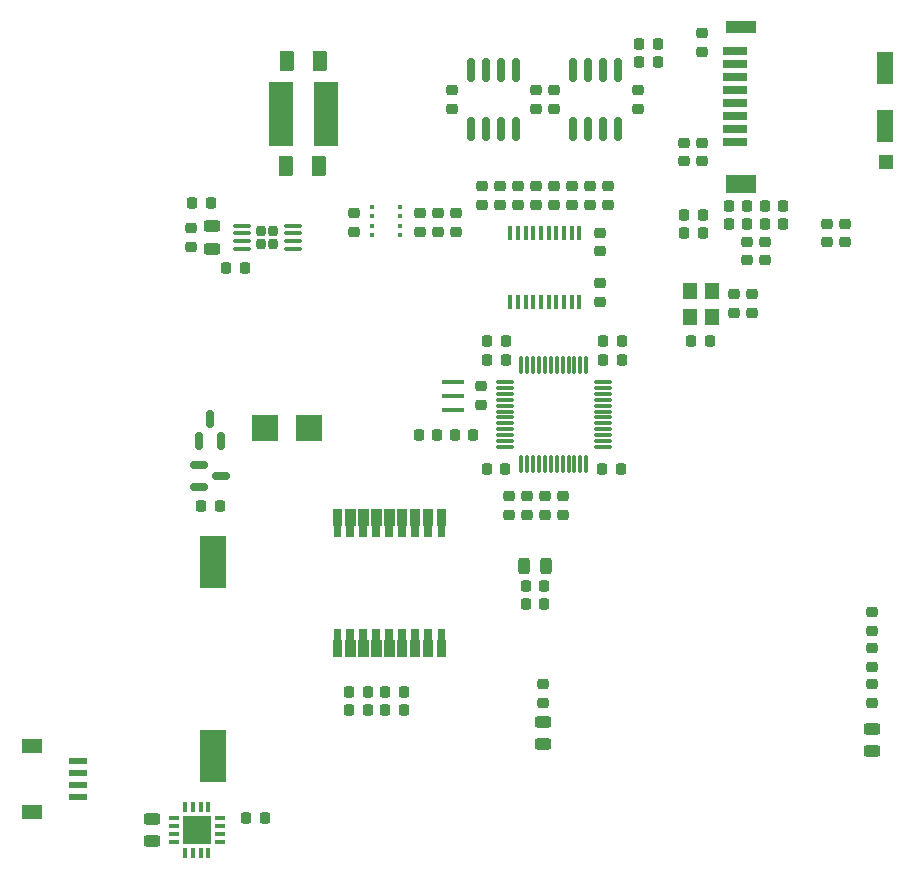
<source format=gbr>
%TF.GenerationSoftware,KiCad,Pcbnew,9.0.1*%
%TF.CreationDate,2025-06-11T13:29:21-05:00*%
%TF.ProjectId,Digital_PCB,44696769-7461-46c5-9f50-43422e6b6963,2.0*%
%TF.SameCoordinates,Original*%
%TF.FileFunction,Paste,Top*%
%TF.FilePolarity,Positive*%
%FSLAX46Y46*%
G04 Gerber Fmt 4.6, Leading zero omitted, Abs format (unit mm)*
G04 Created by KiCad (PCBNEW 9.0.1) date 2025-06-11 13:29:21*
%MOMM*%
%LPD*%
G01*
G04 APERTURE LIST*
G04 Aperture macros list*
%AMRoundRect*
0 Rectangle with rounded corners*
0 $1 Rounding radius*
0 $2 $3 $4 $5 $6 $7 $8 $9 X,Y pos of 4 corners*
0 Add a 4 corners polygon primitive as box body*
4,1,4,$2,$3,$4,$5,$6,$7,$8,$9,$2,$3,0*
0 Add four circle primitives for the rounded corners*
1,1,$1+$1,$2,$3*
1,1,$1+$1,$4,$5*
1,1,$1+$1,$6,$7*
1,1,$1+$1,$8,$9*
0 Add four rect primitives between the rounded corners*
20,1,$1+$1,$2,$3,$4,$5,0*
20,1,$1+$1,$4,$5,$6,$7,0*
20,1,$1+$1,$6,$7,$8,$9,0*
20,1,$1+$1,$8,$9,$2,$3,0*%
G04 Aperture macros list end*
%ADD10C,0.010000*%
%ADD11RoundRect,0.218750X0.256250X-0.218750X0.256250X0.218750X-0.256250X0.218750X-0.256250X-0.218750X0*%
%ADD12RoundRect,0.218750X-0.256250X0.218750X-0.256250X-0.218750X0.256250X-0.218750X0.256250X0.218750X0*%
%ADD13RoundRect,0.218750X-0.218750X-0.256250X0.218750X-0.256250X0.218750X0.256250X-0.218750X0.256250X0*%
%ADD14RoundRect,0.243750X0.456250X-0.243750X0.456250X0.243750X-0.456250X0.243750X-0.456250X-0.243750X0*%
%ADD15RoundRect,0.197500X-0.197500X-0.237500X0.197500X-0.237500X0.197500X0.237500X-0.197500X0.237500X0*%
%ADD16RoundRect,0.100000X-0.625000X-0.100000X0.625000X-0.100000X0.625000X0.100000X-0.625000X0.100000X0*%
%ADD17RoundRect,0.218750X0.218750X0.256250X-0.218750X0.256250X-0.218750X-0.256250X0.218750X-0.256250X0*%
%ADD18RoundRect,0.250000X0.375000X0.625000X-0.375000X0.625000X-0.375000X-0.625000X0.375000X-0.625000X0*%
%ADD19R,1.800000X1.200000*%
%ADD20R,1.550000X0.600000*%
%ADD21RoundRect,0.150000X0.150000X-0.825000X0.150000X0.825000X-0.150000X0.825000X-0.150000X-0.825000X0*%
%ADD22R,0.304800X0.863600*%
%ADD23R,0.863600X0.304800*%
%ADD24R,2.438400X2.438400*%
%ADD25R,0.400000X0.400000*%
%ADD26RoundRect,0.075000X-0.662500X-0.075000X0.662500X-0.075000X0.662500X0.075000X-0.662500X0.075000X0*%
%ADD27RoundRect,0.075000X-0.075000X-0.662500X0.075000X-0.662500X0.075000X0.662500X-0.075000X0.662500X0*%
%ADD28R,2.184400X2.184400*%
%ADD29R,2.000000X0.700000*%
%ADD30R,1.400000X2.700000*%
%ADD31R,2.600000X1.000000*%
%ADD32R,2.600000X1.500000*%
%ADD33R,1.200000X1.200000*%
%ADD34R,2.300000X4.500000*%
%ADD35RoundRect,0.150000X-0.587500X-0.150000X0.587500X-0.150000X0.587500X0.150000X-0.587500X0.150000X0*%
%ADD36R,2.150000X5.500000*%
%ADD37RoundRect,0.250000X-0.375000X-0.625000X0.375000X-0.625000X0.375000X0.625000X-0.375000X0.625000X0*%
%ADD38R,1.900000X0.400000*%
%ADD39RoundRect,0.243750X0.243750X0.456250X-0.243750X0.456250X-0.243750X-0.456250X0.243750X-0.456250X0*%
%ADD40R,0.355600X1.308100*%
%ADD41R,1.193800X1.397000*%
%ADD42RoundRect,0.150000X0.150000X-0.587500X0.150000X0.587500X-0.150000X0.587500X-0.150000X-0.587500X0*%
G04 APERTURE END LIST*
D10*
%TO.C,U11*%
X135296000Y-122579000D02*
X135396000Y-122579000D01*
X135396000Y-123979000D01*
X134696000Y-123979000D01*
X134696000Y-122579000D01*
X134796000Y-122579000D01*
X134796000Y-121679000D01*
X135296000Y-121679000D01*
X135296000Y-122579000D01*
G36*
X135296000Y-122579000D02*
G01*
X135396000Y-122579000D01*
X135396000Y-123979000D01*
X134696000Y-123979000D01*
X134696000Y-122579000D01*
X134796000Y-122579000D01*
X134796000Y-121679000D01*
X135296000Y-121679000D01*
X135296000Y-122579000D01*
G37*
X135396000Y-112879000D02*
X135296000Y-112879000D01*
X135296000Y-113779000D01*
X134796000Y-113779000D01*
X134796000Y-112879000D01*
X134696000Y-112879000D01*
X134696000Y-111479000D01*
X135396000Y-111479000D01*
X135396000Y-112879000D01*
G36*
X135396000Y-112879000D02*
G01*
X135296000Y-112879000D01*
X135296000Y-113779000D01*
X134796000Y-113779000D01*
X134796000Y-112879000D01*
X134696000Y-112879000D01*
X134696000Y-111479000D01*
X135396000Y-111479000D01*
X135396000Y-112879000D01*
G37*
X136446000Y-122579000D02*
X136546000Y-122579000D01*
X136546000Y-123979000D01*
X135746000Y-123979000D01*
X135746000Y-122579000D01*
X135846000Y-122579000D01*
X135846000Y-121679000D01*
X136446000Y-121679000D01*
X136446000Y-122579000D01*
G36*
X136446000Y-122579000D02*
G01*
X136546000Y-122579000D01*
X136546000Y-123979000D01*
X135746000Y-123979000D01*
X135746000Y-122579000D01*
X135846000Y-122579000D01*
X135846000Y-121679000D01*
X136446000Y-121679000D01*
X136446000Y-122579000D01*
G37*
X136546000Y-112879000D02*
X136446000Y-112879000D01*
X136446000Y-113779000D01*
X135846000Y-113779000D01*
X135846000Y-112879000D01*
X135746000Y-112879000D01*
X135746000Y-111479000D01*
X136546000Y-111479000D01*
X136546000Y-112879000D01*
G36*
X136546000Y-112879000D02*
G01*
X136446000Y-112879000D01*
X136446000Y-113779000D01*
X135846000Y-113779000D01*
X135846000Y-112879000D01*
X135746000Y-112879000D01*
X135746000Y-111479000D01*
X136546000Y-111479000D01*
X136546000Y-112879000D01*
G37*
X137546000Y-122579000D02*
X137646000Y-122579000D01*
X137646000Y-123979000D01*
X136846000Y-123979000D01*
X136846000Y-122579000D01*
X136946000Y-122579000D01*
X136946000Y-121679000D01*
X137546000Y-121679000D01*
X137546000Y-122579000D01*
G36*
X137546000Y-122579000D02*
G01*
X137646000Y-122579000D01*
X137646000Y-123979000D01*
X136846000Y-123979000D01*
X136846000Y-122579000D01*
X136946000Y-122579000D01*
X136946000Y-121679000D01*
X137546000Y-121679000D01*
X137546000Y-122579000D01*
G37*
X137646000Y-112879000D02*
X137546000Y-112879000D01*
X137546000Y-113779000D01*
X136946000Y-113779000D01*
X136946000Y-112879000D01*
X136846000Y-112879000D01*
X136846000Y-111479000D01*
X137646000Y-111479000D01*
X137646000Y-112879000D01*
G36*
X137646000Y-112879000D02*
G01*
X137546000Y-112879000D01*
X137546000Y-113779000D01*
X136946000Y-113779000D01*
X136946000Y-112879000D01*
X136846000Y-112879000D01*
X136846000Y-111479000D01*
X137646000Y-111479000D01*
X137646000Y-112879000D01*
G37*
X138646000Y-122579000D02*
X138746000Y-122579000D01*
X138746000Y-123979000D01*
X137946000Y-123979000D01*
X137946000Y-122579000D01*
X138046000Y-122579000D01*
X138046000Y-121679000D01*
X138646000Y-121679000D01*
X138646000Y-122579000D01*
G36*
X138646000Y-122579000D02*
G01*
X138746000Y-122579000D01*
X138746000Y-123979000D01*
X137946000Y-123979000D01*
X137946000Y-122579000D01*
X138046000Y-122579000D01*
X138046000Y-121679000D01*
X138646000Y-121679000D01*
X138646000Y-122579000D01*
G37*
X138746000Y-112879000D02*
X138646000Y-112879000D01*
X138646000Y-113779000D01*
X138046000Y-113779000D01*
X138046000Y-112879000D01*
X137946000Y-112879000D01*
X137946000Y-111479000D01*
X138746000Y-111479000D01*
X138746000Y-112879000D01*
G36*
X138746000Y-112879000D02*
G01*
X138646000Y-112879000D01*
X138646000Y-113779000D01*
X138046000Y-113779000D01*
X138046000Y-112879000D01*
X137946000Y-112879000D01*
X137946000Y-111479000D01*
X138746000Y-111479000D01*
X138746000Y-112879000D01*
G37*
X139746000Y-122579000D02*
X139846000Y-122579000D01*
X139846000Y-123979000D01*
X139046000Y-123979000D01*
X139046000Y-122579000D01*
X139146000Y-122579000D01*
X139146000Y-121679000D01*
X139746000Y-121679000D01*
X139746000Y-122579000D01*
G36*
X139746000Y-122579000D02*
G01*
X139846000Y-122579000D01*
X139846000Y-123979000D01*
X139046000Y-123979000D01*
X139046000Y-122579000D01*
X139146000Y-122579000D01*
X139146000Y-121679000D01*
X139746000Y-121679000D01*
X139746000Y-122579000D01*
G37*
X139846000Y-112879000D02*
X139746000Y-112879000D01*
X139746000Y-113779000D01*
X139146000Y-113779000D01*
X139146000Y-112879000D01*
X139046000Y-112879000D01*
X139046000Y-111479000D01*
X139846000Y-111479000D01*
X139846000Y-112879000D01*
G36*
X139846000Y-112879000D02*
G01*
X139746000Y-112879000D01*
X139746000Y-113779000D01*
X139146000Y-113779000D01*
X139146000Y-112879000D01*
X139046000Y-112879000D01*
X139046000Y-111479000D01*
X139846000Y-111479000D01*
X139846000Y-112879000D01*
G37*
X140846000Y-122579000D02*
X140946000Y-122579000D01*
X140946000Y-123979000D01*
X140146000Y-123979000D01*
X140146000Y-122579000D01*
X140246000Y-122579000D01*
X140246000Y-121679000D01*
X140846000Y-121679000D01*
X140846000Y-122579000D01*
G36*
X140846000Y-122579000D02*
G01*
X140946000Y-122579000D01*
X140946000Y-123979000D01*
X140146000Y-123979000D01*
X140146000Y-122579000D01*
X140246000Y-122579000D01*
X140246000Y-121679000D01*
X140846000Y-121679000D01*
X140846000Y-122579000D01*
G37*
X140946000Y-112879000D02*
X140846000Y-112879000D01*
X140846000Y-113779000D01*
X140246000Y-113779000D01*
X140246000Y-112879000D01*
X140146000Y-112879000D01*
X140146000Y-111479000D01*
X140946000Y-111479000D01*
X140946000Y-112879000D01*
G36*
X140946000Y-112879000D02*
G01*
X140846000Y-112879000D01*
X140846000Y-113779000D01*
X140246000Y-113779000D01*
X140246000Y-112879000D01*
X140146000Y-112879000D01*
X140146000Y-111479000D01*
X140946000Y-111479000D01*
X140946000Y-112879000D01*
G37*
X141946000Y-122579000D02*
X142046000Y-122579000D01*
X142046000Y-123979000D01*
X141246000Y-123979000D01*
X141246000Y-122579000D01*
X141346000Y-122579000D01*
X141346000Y-121679000D01*
X141946000Y-121679000D01*
X141946000Y-122579000D01*
G36*
X141946000Y-122579000D02*
G01*
X142046000Y-122579000D01*
X142046000Y-123979000D01*
X141246000Y-123979000D01*
X141246000Y-122579000D01*
X141346000Y-122579000D01*
X141346000Y-121679000D01*
X141946000Y-121679000D01*
X141946000Y-122579000D01*
G37*
X142046000Y-112879000D02*
X141946000Y-112879000D01*
X141946000Y-113779000D01*
X141346000Y-113779000D01*
X141346000Y-112879000D01*
X141246000Y-112879000D01*
X141246000Y-111479000D01*
X142046000Y-111479000D01*
X142046000Y-112879000D01*
G36*
X142046000Y-112879000D02*
G01*
X141946000Y-112879000D01*
X141946000Y-113779000D01*
X141346000Y-113779000D01*
X141346000Y-112879000D01*
X141246000Y-112879000D01*
X141246000Y-111479000D01*
X142046000Y-111479000D01*
X142046000Y-112879000D01*
G37*
X143046000Y-122579000D02*
X143146000Y-122579000D01*
X143146000Y-123979000D01*
X142346000Y-123979000D01*
X142346000Y-122579000D01*
X142446000Y-122579000D01*
X142446000Y-121679000D01*
X143046000Y-121679000D01*
X143046000Y-122579000D01*
G36*
X143046000Y-122579000D02*
G01*
X143146000Y-122579000D01*
X143146000Y-123979000D01*
X142346000Y-123979000D01*
X142346000Y-122579000D01*
X142446000Y-122579000D01*
X142446000Y-121679000D01*
X143046000Y-121679000D01*
X143046000Y-122579000D01*
G37*
X143146000Y-112879000D02*
X143046000Y-112879000D01*
X143046000Y-113779000D01*
X142446000Y-113779000D01*
X142446000Y-112879000D01*
X142346000Y-112879000D01*
X142346000Y-111479000D01*
X143146000Y-111479000D01*
X143146000Y-112879000D01*
G36*
X143146000Y-112879000D02*
G01*
X143046000Y-112879000D01*
X143046000Y-113779000D01*
X142446000Y-113779000D01*
X142446000Y-112879000D01*
X142346000Y-112879000D01*
X142346000Y-111479000D01*
X143146000Y-111479000D01*
X143146000Y-112879000D01*
G37*
X144096000Y-122579000D02*
X144196000Y-122579000D01*
X144196000Y-123979000D01*
X143496000Y-123979000D01*
X143496000Y-122579000D01*
X143596000Y-122579000D01*
X143596000Y-121679000D01*
X144096000Y-121679000D01*
X144096000Y-122579000D01*
G36*
X144096000Y-122579000D02*
G01*
X144196000Y-122579000D01*
X144196000Y-123979000D01*
X143496000Y-123979000D01*
X143496000Y-122579000D01*
X143596000Y-122579000D01*
X143596000Y-121679000D01*
X144096000Y-121679000D01*
X144096000Y-122579000D01*
G37*
X144196000Y-112879000D02*
X144096000Y-112879000D01*
X144096000Y-113779000D01*
X143596000Y-113779000D01*
X143596000Y-112879000D01*
X143496000Y-112879000D01*
X143496000Y-111479000D01*
X144196000Y-111479000D01*
X144196000Y-112879000D01*
G36*
X144196000Y-112879000D02*
G01*
X144096000Y-112879000D01*
X144096000Y-113779000D01*
X143596000Y-113779000D01*
X143596000Y-112879000D01*
X143496000Y-112879000D01*
X143496000Y-111479000D01*
X144196000Y-111479000D01*
X144196000Y-112879000D01*
G37*
%TD*%
D11*
%TO.C,R26*%
X153416000Y-85750500D03*
X153416000Y-84175500D03*
%TD*%
D12*
%TO.C,R3*%
X145161000Y-86461500D03*
X145161000Y-88036500D03*
%TD*%
D13*
%TO.C,R8*%
X145028701Y-105219500D03*
X146603701Y-105219500D03*
%TD*%
D11*
%TO.C,R32*%
X168656000Y-94894500D03*
X168656000Y-93319500D03*
%TD*%
D14*
%TO.C,C8*%
X124460000Y-89456500D03*
X124460000Y-87581500D03*
%TD*%
D11*
%TO.C,R29*%
X154940000Y-85750500D03*
X154940000Y-84175500D03*
%TD*%
D15*
%TO.C,U3*%
X128669000Y-87947000D03*
X128669000Y-89027000D03*
X129649000Y-87947000D03*
X129649000Y-89027000D03*
D16*
X127009000Y-87512000D03*
X127009000Y-88162000D03*
X127009000Y-88812000D03*
X127009000Y-89462000D03*
X131309000Y-89462000D03*
X131309000Y-88812000D03*
X131309000Y-88162000D03*
X131309000Y-87512000D03*
%TD*%
D14*
%TO.C,D3*%
X152527000Y-131391900D03*
X152527000Y-129516900D03*
%TD*%
D17*
%TO.C,R22*%
X127279500Y-91059000D03*
X125704500Y-91059000D03*
%TD*%
D11*
%TO.C,R21*%
X122682000Y-89306500D03*
X122682000Y-87731500D03*
%TD*%
D18*
%TO.C,C6*%
X133523400Y-82505800D03*
X130723400Y-82505800D03*
%TD*%
D17*
%TO.C,C1*%
X159100501Y-108115100D03*
X157525501Y-108115100D03*
%TD*%
D11*
%TO.C,C16*%
X160528000Y-77622500D03*
X160528000Y-76047500D03*
%TD*%
D13*
%TO.C,R17*%
X171272000Y-85852000D03*
X172847000Y-85852000D03*
%TD*%
D17*
%TO.C,R12*%
X166014500Y-88138000D03*
X164439500Y-88138000D03*
%TD*%
D12*
%TO.C,C5*%
X178054000Y-87350500D03*
X178054000Y-88925500D03*
%TD*%
D19*
%TO.C,J4*%
X109275000Y-137166000D03*
X109275000Y-131566000D03*
D20*
X113150000Y-132866000D03*
X113150000Y-133866000D03*
X113150000Y-134866000D03*
X113150000Y-135866000D03*
%TD*%
D21*
%TO.C,U7*%
X146431000Y-79310000D03*
X147701000Y-79310000D03*
X148971000Y-79310000D03*
X150241000Y-79310000D03*
X150241000Y-74360000D03*
X148971000Y-74360000D03*
X147701000Y-74360000D03*
X146431000Y-74360000D03*
%TD*%
D22*
%TO.C,U9*%
X122215001Y-140627100D03*
X122864999Y-140627100D03*
X123515001Y-140627100D03*
X124164999Y-140627100D03*
D23*
X125133100Y-139658999D03*
X125133100Y-139009001D03*
X125133100Y-138358999D03*
X125133100Y-137709001D03*
D22*
X124164999Y-136740900D03*
X123515001Y-136740900D03*
X122864999Y-136740900D03*
X122215001Y-136740900D03*
D23*
X121246900Y-137709001D03*
X121246900Y-138358999D03*
X121246900Y-139009001D03*
X121246900Y-139658999D03*
D24*
X123190000Y-138684000D03*
%TD*%
D17*
%TO.C,C11*%
X166649500Y-97282000D03*
X165074500Y-97282000D03*
%TD*%
D25*
%TO.C,U6*%
X140425000Y-85922000D03*
X140425000Y-86722000D03*
X140425000Y-87522000D03*
X140425000Y-88322000D03*
X138025000Y-88322000D03*
X138025000Y-87522000D03*
X138025000Y-86722000D03*
X138025000Y-85922000D03*
%TD*%
D26*
%TO.C,U1*%
X149253500Y-100755000D03*
X149253500Y-101255000D03*
X149253500Y-101755000D03*
X149253500Y-102255000D03*
X149253500Y-102755000D03*
X149253500Y-103255000D03*
X149253500Y-103755000D03*
X149253500Y-104255000D03*
X149253500Y-104755000D03*
X149253500Y-105255000D03*
X149253500Y-105755000D03*
X149253500Y-106255000D03*
D27*
X150666000Y-107667500D03*
X151166000Y-107667500D03*
X151666000Y-107667500D03*
X152166000Y-107667500D03*
X152666000Y-107667500D03*
X153166000Y-107667500D03*
X153666000Y-107667500D03*
X154166000Y-107667500D03*
X154666000Y-107667500D03*
X155166000Y-107667500D03*
X155666000Y-107667500D03*
X156166000Y-107667500D03*
D26*
X157578500Y-106255000D03*
X157578500Y-105755000D03*
X157578500Y-105255000D03*
X157578500Y-104755000D03*
X157578500Y-104255000D03*
X157578500Y-103755000D03*
X157578500Y-103255000D03*
X157578500Y-102755000D03*
X157578500Y-102255000D03*
X157578500Y-101755000D03*
X157578500Y-101255000D03*
X157578500Y-100755000D03*
D27*
X156166000Y-99342500D03*
X155666000Y-99342500D03*
X155166000Y-99342500D03*
X154666000Y-99342500D03*
X154166000Y-99342500D03*
X153666000Y-99342500D03*
X153166000Y-99342500D03*
X152666000Y-99342500D03*
X152166000Y-99342500D03*
X151666000Y-99342500D03*
X151166000Y-99342500D03*
X150666000Y-99342500D03*
%TD*%
D28*
%TO.C,D2*%
X128955800Y-104648000D03*
X132664200Y-104648000D03*
%TD*%
D29*
%TO.C,J12*%
X168774250Y-80470000D03*
X168774250Y-79370000D03*
X168774250Y-78270000D03*
X168774250Y-77170000D03*
X168774250Y-76070000D03*
X168774250Y-74970000D03*
X168774250Y-73870000D03*
X168774250Y-72770000D03*
D30*
X181474250Y-79070000D03*
D31*
X169274250Y-70670000D03*
D32*
X169274250Y-84020000D03*
D30*
X181474250Y-74170000D03*
D33*
X181574250Y-82120000D03*
%TD*%
D12*
%TO.C,R33*%
X152527000Y-126339500D03*
X152527000Y-127914500D03*
%TD*%
%TO.C,C9*%
X157353000Y-88112500D03*
X157353000Y-89687500D03*
%TD*%
D34*
%TO.C,BT1*%
X124587000Y-115977000D03*
X124587000Y-132377000D03*
%TD*%
D35*
%TO.C,D1*%
X123395500Y-109662000D03*
X123395500Y-107762000D03*
X125270500Y-108712000D03*
%TD*%
D12*
%TO.C,R1*%
X147289401Y-101130000D03*
X147289401Y-102705000D03*
%TD*%
D11*
%TO.C,R6*%
X151150201Y-112001400D03*
X151150201Y-110426400D03*
%TD*%
D12*
%TO.C,C15*%
X153416000Y-76047500D03*
X153416000Y-77622500D03*
%TD*%
D13*
%TO.C,R20*%
X122783500Y-85598000D03*
X124358500Y-85598000D03*
%TD*%
%TO.C,C22*%
X127355500Y-137668000D03*
X128930500Y-137668000D03*
%TD*%
D12*
%TO.C,R2*%
X143637000Y-86461500D03*
X143637000Y-88036500D03*
%TD*%
%TO.C,R35*%
X180340000Y-123291500D03*
X180340000Y-124866500D03*
%TD*%
D11*
%TO.C,R4*%
X154198201Y-112001400D03*
X154198201Y-110426400D03*
%TD*%
%TO.C,R11*%
X171297500Y-90449500D03*
X171297500Y-88874500D03*
%TD*%
D17*
%TO.C,C25*%
X152628700Y-118057200D03*
X151053700Y-118057200D03*
%TD*%
D12*
%TO.C,R31*%
X170180000Y-93319500D03*
X170180000Y-94894500D03*
%TD*%
D17*
%TO.C,C26*%
X137693500Y-127000000D03*
X136118500Y-127000000D03*
%TD*%
D36*
%TO.C,L1*%
X134132000Y-78060800D03*
X130282000Y-78060800D03*
%TD*%
D14*
%TO.C,D4*%
X180340000Y-132001500D03*
X180340000Y-130126500D03*
%TD*%
D11*
%TO.C,R27*%
X151892000Y-85750500D03*
X151892000Y-84175500D03*
%TD*%
%TO.C,R16*%
X176571600Y-88928500D03*
X176571600Y-87353500D03*
%TD*%
%TO.C,R28*%
X156464000Y-85750500D03*
X156464000Y-84175500D03*
%TD*%
D37*
%TO.C,C7*%
X130807000Y-73615800D03*
X133607000Y-73615800D03*
%TD*%
D12*
%TO.C,R36*%
X180340000Y-126339500D03*
X180340000Y-127914500D03*
%TD*%
D17*
%TO.C,C24*%
X152628700Y-119581200D03*
X151053700Y-119581200D03*
%TD*%
D11*
%TO.C,R5*%
X152674201Y-112001400D03*
X152674201Y-110426400D03*
%TD*%
%TO.C,C18*%
X151892000Y-77622500D03*
X151892000Y-76047500D03*
%TD*%
D12*
%TO.C,C29*%
X164465000Y-80492500D03*
X164465000Y-82067500D03*
%TD*%
D17*
%TO.C,C12*%
X149352000Y-97282000D03*
X147777000Y-97282000D03*
%TD*%
D11*
%TO.C,C13*%
X136525000Y-88036500D03*
X136525000Y-86461500D03*
%TD*%
D12*
%TO.C,C14*%
X142113000Y-86461500D03*
X142113000Y-88036500D03*
%TD*%
D17*
%TO.C,R18*%
X172847000Y-87376000D03*
X171272000Y-87376000D03*
%TD*%
D13*
%TO.C,R37*%
X139166500Y-128524000D03*
X140741500Y-128524000D03*
%TD*%
D11*
%TO.C,R24*%
X150368000Y-85750500D03*
X150368000Y-84175500D03*
%TD*%
D21*
%TO.C,U8*%
X155067000Y-79310000D03*
X156337000Y-79310000D03*
X157607000Y-79310000D03*
X158877000Y-79310000D03*
X158877000Y-74360000D03*
X157607000Y-74360000D03*
X156337000Y-74360000D03*
X155067000Y-74360000D03*
%TD*%
D17*
%TO.C,R9*%
X166014500Y-86614000D03*
X164439500Y-86614000D03*
%TD*%
D11*
%TO.C,R30*%
X157988000Y-85750500D03*
X157988000Y-84175500D03*
%TD*%
D17*
%TO.C,C2*%
X159151301Y-98869500D03*
X157576301Y-98869500D03*
%TD*%
D38*
%TO.C,Y1*%
X144851001Y-100717500D03*
X144851001Y-101917500D03*
X144851001Y-103117500D03*
%TD*%
D39*
%TO.C,C23*%
X152778700Y-116330000D03*
X150903700Y-116330000D03*
%TD*%
D13*
%TO.C,C3*%
X147746501Y-108115100D03*
X149321501Y-108115100D03*
%TD*%
%TO.C,L2*%
X136118500Y-128524000D03*
X137693500Y-128524000D03*
%TD*%
D12*
%TO.C,C17*%
X144780000Y-76047500D03*
X144780000Y-77622500D03*
%TD*%
D17*
%TO.C,R15*%
X159156500Y-97282000D03*
X157581500Y-97282000D03*
%TD*%
D14*
%TO.C,C19*%
X119380000Y-139621500D03*
X119380000Y-137746500D03*
%TD*%
D11*
%TO.C,R7*%
X149626201Y-112001400D03*
X149626201Y-110426400D03*
%TD*%
D12*
%TO.C,R38*%
X165989000Y-71221500D03*
X165989000Y-72796500D03*
%TD*%
D13*
%TO.C,R34*%
X141988208Y-105211238D03*
X143563208Y-105211238D03*
%TD*%
%TO.C,R19*%
X123545500Y-111252000D03*
X125120500Y-111252000D03*
%TD*%
D12*
%TO.C,C27*%
X180340000Y-120243500D03*
X180340000Y-121818500D03*
%TD*%
D40*
%TO.C,U4*%
X155579000Y-88157050D03*
X154928999Y-88157050D03*
X154279001Y-88157050D03*
X153628999Y-88157050D03*
X152979001Y-88157050D03*
X152329002Y-88157050D03*
X151679001Y-88157050D03*
X151029002Y-88157050D03*
X150379001Y-88157050D03*
X149729002Y-88157050D03*
X149729000Y-93960950D03*
X150378998Y-93960950D03*
X151028999Y-93960950D03*
X151678998Y-93960950D03*
X152328999Y-93960950D03*
X152978998Y-93960950D03*
X153628999Y-93960950D03*
X154278998Y-93960950D03*
X154928999Y-93960950D03*
X155578998Y-93960950D03*
%TD*%
D41*
%TO.C,U5*%
X166812001Y-95207000D03*
X166812001Y-93007000D03*
X164911999Y-93007000D03*
X164911999Y-95207000D03*
%TD*%
D13*
%TO.C,C20*%
X160629500Y-72136000D03*
X162204500Y-72136000D03*
%TD*%
D11*
%TO.C,R25*%
X148844000Y-85750500D03*
X148844000Y-84175500D03*
%TD*%
%TO.C,R10*%
X169773500Y-90449500D03*
X169773500Y-88874500D03*
%TD*%
D17*
%TO.C,R13*%
X169799000Y-85852000D03*
X168224000Y-85852000D03*
%TD*%
D11*
%TO.C,C10*%
X157353000Y-93980000D03*
X157353000Y-92405000D03*
%TD*%
%TO.C,R39*%
X165989000Y-82067500D03*
X165989000Y-80492500D03*
%TD*%
D13*
%TO.C,C4*%
X147771901Y-98869500D03*
X149346901Y-98869500D03*
%TD*%
%TO.C,C28*%
X139166500Y-127000000D03*
X140741500Y-127000000D03*
%TD*%
%TO.C,R14*%
X168224000Y-87376000D03*
X169799000Y-87376000D03*
%TD*%
D11*
%TO.C,R23*%
X147320000Y-85750500D03*
X147320000Y-84175500D03*
%TD*%
D42*
%TO.C,Q1*%
X123383000Y-105760500D03*
X125283000Y-105760500D03*
X124333000Y-103885500D03*
%TD*%
D13*
%TO.C,C21*%
X160629500Y-73660000D03*
X162204500Y-73660000D03*
%TD*%
M02*

</source>
